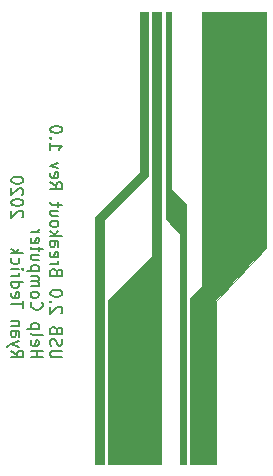
<source format=gbr>
%TF.GenerationSoftware,KiCad,Pcbnew,(5.1.7)-1*%
%TF.CreationDate,2020-10-15T21:52:00-04:00*%
%TF.ProjectId,DanA4UsbBreakout,44616e41-3455-4736-9242-7265616b6f75,rev?*%
%TF.SameCoordinates,Original*%
%TF.FileFunction,Legend,Bot*%
%TF.FilePolarity,Positive*%
%FSLAX46Y46*%
G04 Gerber Fmt 4.6, Leading zero omitted, Abs format (unit mm)*
G04 Created by KiCad (PCBNEW (5.1.7)-1) date 2020-10-15 21:52:00*
%MOMM*%
%LPD*%
G01*
G04 APERTURE LIST*
%ADD10C,0.100000*%
%ADD11C,0.150000*%
G04 APERTURE END LIST*
D10*
G36*
X56950000Y-31050000D02*
G01*
X58200000Y-32300000D01*
X58200000Y-54300000D01*
X57700000Y-54300000D01*
X57700000Y-34800000D01*
X56450000Y-33550000D01*
X56450000Y-16000000D01*
X56950000Y-16000000D01*
X56950000Y-31050000D01*
G37*
X56950000Y-31050000D02*
X58200000Y-32300000D01*
X58200000Y-54300000D01*
X57700000Y-54300000D01*
X57700000Y-34800000D01*
X56450000Y-33550000D01*
X56450000Y-16000000D01*
X56950000Y-16000000D01*
X56950000Y-31050000D01*
G36*
X55000000Y-29875000D02*
G01*
X51250000Y-33625000D01*
X51250000Y-54300000D01*
X50500000Y-54300000D01*
X50500000Y-33375000D01*
X54250000Y-29625000D01*
X54250000Y-16000000D01*
X55000000Y-16000000D01*
X55000000Y-29875000D01*
G37*
X55000000Y-29875000D02*
X51250000Y-33625000D01*
X51250000Y-54300000D01*
X50500000Y-54300000D01*
X50500000Y-33375000D01*
X54250000Y-29625000D01*
X54250000Y-16000000D01*
X55000000Y-16000000D01*
X55000000Y-29875000D01*
G36*
X56050000Y-54300000D02*
G01*
X51550000Y-54300000D01*
X51550000Y-40425000D01*
X55300000Y-36675000D01*
X55300000Y-16000000D01*
X56050000Y-16000000D01*
X56050000Y-54300000D01*
G37*
X56050000Y-54300000D02*
X51550000Y-54300000D01*
X51550000Y-40425000D01*
X55300000Y-36675000D01*
X55300000Y-16000000D01*
X56050000Y-16000000D01*
X56050000Y-54300000D01*
G36*
X65000000Y-36000000D02*
G01*
X60750000Y-40500000D01*
X60750000Y-54300000D01*
X58500000Y-54300000D01*
X58500000Y-40250000D01*
X59500000Y-39250000D01*
X59500000Y-16000000D01*
X65000000Y-16000000D01*
X65000000Y-36000000D01*
G37*
X65000000Y-36000000D02*
X60750000Y-40500000D01*
X60750000Y-54300000D01*
X58500000Y-54300000D01*
X58500000Y-40250000D01*
X59500000Y-39250000D01*
X59500000Y-16000000D01*
X65000000Y-16000000D01*
X65000000Y-36000000D01*
D11*
X47697619Y-45264404D02*
X46888095Y-45264404D01*
X46792857Y-45216785D01*
X46745238Y-45169166D01*
X46697619Y-45073928D01*
X46697619Y-44883452D01*
X46745238Y-44788214D01*
X46792857Y-44740595D01*
X46888095Y-44692976D01*
X47697619Y-44692976D01*
X46745238Y-44264404D02*
X46697619Y-44121547D01*
X46697619Y-43883452D01*
X46745238Y-43788214D01*
X46792857Y-43740595D01*
X46888095Y-43692976D01*
X46983333Y-43692976D01*
X47078571Y-43740595D01*
X47126190Y-43788214D01*
X47173809Y-43883452D01*
X47221428Y-44073928D01*
X47269047Y-44169166D01*
X47316666Y-44216785D01*
X47411904Y-44264404D01*
X47507142Y-44264404D01*
X47602380Y-44216785D01*
X47650000Y-44169166D01*
X47697619Y-44073928D01*
X47697619Y-43835833D01*
X47650000Y-43692976D01*
X47221428Y-42931071D02*
X47173809Y-42788214D01*
X47126190Y-42740595D01*
X47030952Y-42692976D01*
X46888095Y-42692976D01*
X46792857Y-42740595D01*
X46745238Y-42788214D01*
X46697619Y-42883452D01*
X46697619Y-43264404D01*
X47697619Y-43264404D01*
X47697619Y-42931071D01*
X47650000Y-42835833D01*
X47602380Y-42788214D01*
X47507142Y-42740595D01*
X47411904Y-42740595D01*
X47316666Y-42788214D01*
X47269047Y-42835833D01*
X47221428Y-42931071D01*
X47221428Y-43264404D01*
X47602380Y-41550119D02*
X47650000Y-41502500D01*
X47697619Y-41407261D01*
X47697619Y-41169166D01*
X47650000Y-41073928D01*
X47602380Y-41026309D01*
X47507142Y-40978690D01*
X47411904Y-40978690D01*
X47269047Y-41026309D01*
X46697619Y-41597738D01*
X46697619Y-40978690D01*
X46792857Y-40550119D02*
X46745238Y-40502500D01*
X46697619Y-40550119D01*
X46745238Y-40597738D01*
X46792857Y-40550119D01*
X46697619Y-40550119D01*
X47697619Y-39883452D02*
X47697619Y-39788214D01*
X47650000Y-39692976D01*
X47602380Y-39645357D01*
X47507142Y-39597738D01*
X47316666Y-39550119D01*
X47078571Y-39550119D01*
X46888095Y-39597738D01*
X46792857Y-39645357D01*
X46745238Y-39692976D01*
X46697619Y-39788214D01*
X46697619Y-39883452D01*
X46745238Y-39978690D01*
X46792857Y-40026309D01*
X46888095Y-40073928D01*
X47078571Y-40121547D01*
X47316666Y-40121547D01*
X47507142Y-40073928D01*
X47602380Y-40026309D01*
X47650000Y-39978690D01*
X47697619Y-39883452D01*
X47221428Y-38026309D02*
X47173809Y-37883452D01*
X47126190Y-37835833D01*
X47030952Y-37788214D01*
X46888095Y-37788214D01*
X46792857Y-37835833D01*
X46745238Y-37883452D01*
X46697619Y-37978690D01*
X46697619Y-38359642D01*
X47697619Y-38359642D01*
X47697619Y-38026309D01*
X47650000Y-37931071D01*
X47602380Y-37883452D01*
X47507142Y-37835833D01*
X47411904Y-37835833D01*
X47316666Y-37883452D01*
X47269047Y-37931071D01*
X47221428Y-38026309D01*
X47221428Y-38359642D01*
X46697619Y-37359642D02*
X47364285Y-37359642D01*
X47173809Y-37359642D02*
X47269047Y-37312023D01*
X47316666Y-37264404D01*
X47364285Y-37169166D01*
X47364285Y-37073928D01*
X46745238Y-36359642D02*
X46697619Y-36454880D01*
X46697619Y-36645357D01*
X46745238Y-36740595D01*
X46840476Y-36788214D01*
X47221428Y-36788214D01*
X47316666Y-36740595D01*
X47364285Y-36645357D01*
X47364285Y-36454880D01*
X47316666Y-36359642D01*
X47221428Y-36312023D01*
X47126190Y-36312023D01*
X47030952Y-36788214D01*
X46697619Y-35454880D02*
X47221428Y-35454880D01*
X47316666Y-35502500D01*
X47364285Y-35597738D01*
X47364285Y-35788214D01*
X47316666Y-35883452D01*
X46745238Y-35454880D02*
X46697619Y-35550119D01*
X46697619Y-35788214D01*
X46745238Y-35883452D01*
X46840476Y-35931071D01*
X46935714Y-35931071D01*
X47030952Y-35883452D01*
X47078571Y-35788214D01*
X47078571Y-35550119D01*
X47126190Y-35454880D01*
X46697619Y-34978690D02*
X47697619Y-34978690D01*
X47078571Y-34883452D02*
X46697619Y-34597738D01*
X47364285Y-34597738D02*
X46983333Y-34978690D01*
X46697619Y-34026309D02*
X46745238Y-34121547D01*
X46792857Y-34169166D01*
X46888095Y-34216785D01*
X47173809Y-34216785D01*
X47269047Y-34169166D01*
X47316666Y-34121547D01*
X47364285Y-34026309D01*
X47364285Y-33883452D01*
X47316666Y-33788214D01*
X47269047Y-33740595D01*
X47173809Y-33692976D01*
X46888095Y-33692976D01*
X46792857Y-33740595D01*
X46745238Y-33788214D01*
X46697619Y-33883452D01*
X46697619Y-34026309D01*
X47364285Y-32835833D02*
X46697619Y-32835833D01*
X47364285Y-33264404D02*
X46840476Y-33264404D01*
X46745238Y-33216785D01*
X46697619Y-33121547D01*
X46697619Y-32978690D01*
X46745238Y-32883452D01*
X46792857Y-32835833D01*
X47364285Y-32502500D02*
X47364285Y-32121547D01*
X47697619Y-32359642D02*
X46840476Y-32359642D01*
X46745238Y-32312023D01*
X46697619Y-32216785D01*
X46697619Y-32121547D01*
X46697619Y-30454880D02*
X47173809Y-30788214D01*
X46697619Y-31026309D02*
X47697619Y-31026309D01*
X47697619Y-30645357D01*
X47650000Y-30550119D01*
X47602380Y-30502500D01*
X47507142Y-30454880D01*
X47364285Y-30454880D01*
X47269047Y-30502500D01*
X47221428Y-30550119D01*
X47173809Y-30645357D01*
X47173809Y-31026309D01*
X46745238Y-29645357D02*
X46697619Y-29740595D01*
X46697619Y-29931071D01*
X46745238Y-30026309D01*
X46840476Y-30073928D01*
X47221428Y-30073928D01*
X47316666Y-30026309D01*
X47364285Y-29931071D01*
X47364285Y-29740595D01*
X47316666Y-29645357D01*
X47221428Y-29597738D01*
X47126190Y-29597738D01*
X47030952Y-30073928D01*
X47364285Y-29264404D02*
X46697619Y-29026309D01*
X47364285Y-28788214D01*
X46697619Y-27121547D02*
X46697619Y-27692976D01*
X46697619Y-27407261D02*
X47697619Y-27407261D01*
X47554761Y-27502500D01*
X47459523Y-27597738D01*
X47411904Y-27692976D01*
X46792857Y-26692976D02*
X46745238Y-26645357D01*
X46697619Y-26692976D01*
X46745238Y-26740595D01*
X46792857Y-26692976D01*
X46697619Y-26692976D01*
X47697619Y-26026309D02*
X47697619Y-25931071D01*
X47650000Y-25835833D01*
X47602380Y-25788214D01*
X47507142Y-25740595D01*
X47316666Y-25692976D01*
X47078571Y-25692976D01*
X46888095Y-25740595D01*
X46792857Y-25788214D01*
X46745238Y-25835833D01*
X46697619Y-25931071D01*
X46697619Y-26026309D01*
X46745238Y-26121547D01*
X46792857Y-26169166D01*
X46888095Y-26216785D01*
X47078571Y-26264404D01*
X47316666Y-26264404D01*
X47507142Y-26216785D01*
X47602380Y-26169166D01*
X47650000Y-26121547D01*
X47697619Y-26026309D01*
X45047619Y-45264404D02*
X46047619Y-45264404D01*
X45571428Y-45264404D02*
X45571428Y-44692976D01*
X45047619Y-44692976D02*
X46047619Y-44692976D01*
X45095238Y-43835833D02*
X45047619Y-43931071D01*
X45047619Y-44121547D01*
X45095238Y-44216785D01*
X45190476Y-44264404D01*
X45571428Y-44264404D01*
X45666666Y-44216785D01*
X45714285Y-44121547D01*
X45714285Y-43931071D01*
X45666666Y-43835833D01*
X45571428Y-43788214D01*
X45476190Y-43788214D01*
X45380952Y-44264404D01*
X45047619Y-43216785D02*
X45095238Y-43312023D01*
X45190476Y-43359642D01*
X46047619Y-43359642D01*
X45714285Y-42835833D02*
X44714285Y-42835833D01*
X45666666Y-42835833D02*
X45714285Y-42740595D01*
X45714285Y-42550119D01*
X45666666Y-42454880D01*
X45619047Y-42407261D01*
X45523809Y-42359642D01*
X45238095Y-42359642D01*
X45142857Y-42407261D01*
X45095238Y-42454880D01*
X45047619Y-42550119D01*
X45047619Y-42740595D01*
X45095238Y-42835833D01*
X45142857Y-40597738D02*
X45095238Y-40645357D01*
X45047619Y-40788214D01*
X45047619Y-40883452D01*
X45095238Y-41026309D01*
X45190476Y-41121547D01*
X45285714Y-41169166D01*
X45476190Y-41216785D01*
X45619047Y-41216785D01*
X45809523Y-41169166D01*
X45904761Y-41121547D01*
X46000000Y-41026309D01*
X46047619Y-40883452D01*
X46047619Y-40788214D01*
X46000000Y-40645357D01*
X45952380Y-40597738D01*
X45047619Y-40026309D02*
X45095238Y-40121547D01*
X45142857Y-40169166D01*
X45238095Y-40216785D01*
X45523809Y-40216785D01*
X45619047Y-40169166D01*
X45666666Y-40121547D01*
X45714285Y-40026309D01*
X45714285Y-39883452D01*
X45666666Y-39788214D01*
X45619047Y-39740595D01*
X45523809Y-39692976D01*
X45238095Y-39692976D01*
X45142857Y-39740595D01*
X45095238Y-39788214D01*
X45047619Y-39883452D01*
X45047619Y-40026309D01*
X45047619Y-39264404D02*
X45714285Y-39264404D01*
X45619047Y-39264404D02*
X45666666Y-39216785D01*
X45714285Y-39121547D01*
X45714285Y-38978690D01*
X45666666Y-38883452D01*
X45571428Y-38835833D01*
X45047619Y-38835833D01*
X45571428Y-38835833D02*
X45666666Y-38788214D01*
X45714285Y-38692976D01*
X45714285Y-38550119D01*
X45666666Y-38454880D01*
X45571428Y-38407261D01*
X45047619Y-38407261D01*
X45714285Y-37931071D02*
X44714285Y-37931071D01*
X45666666Y-37931071D02*
X45714285Y-37835833D01*
X45714285Y-37645357D01*
X45666666Y-37550119D01*
X45619047Y-37502500D01*
X45523809Y-37454880D01*
X45238095Y-37454880D01*
X45142857Y-37502500D01*
X45095238Y-37550119D01*
X45047619Y-37645357D01*
X45047619Y-37835833D01*
X45095238Y-37931071D01*
X45714285Y-36597738D02*
X45047619Y-36597738D01*
X45714285Y-37026309D02*
X45190476Y-37026309D01*
X45095238Y-36978690D01*
X45047619Y-36883452D01*
X45047619Y-36740595D01*
X45095238Y-36645357D01*
X45142857Y-36597738D01*
X45714285Y-36264404D02*
X45714285Y-35883452D01*
X46047619Y-36121547D02*
X45190476Y-36121547D01*
X45095238Y-36073928D01*
X45047619Y-35978690D01*
X45047619Y-35883452D01*
X45095238Y-35169166D02*
X45047619Y-35264404D01*
X45047619Y-35454880D01*
X45095238Y-35550119D01*
X45190476Y-35597738D01*
X45571428Y-35597738D01*
X45666666Y-35550119D01*
X45714285Y-35454880D01*
X45714285Y-35264404D01*
X45666666Y-35169166D01*
X45571428Y-35121547D01*
X45476190Y-35121547D01*
X45380952Y-35597738D01*
X45047619Y-34692976D02*
X45714285Y-34692976D01*
X45523809Y-34692976D02*
X45619047Y-34645357D01*
X45666666Y-34597738D01*
X45714285Y-34502500D01*
X45714285Y-34407261D01*
X43397619Y-44692976D02*
X43873809Y-45026309D01*
X43397619Y-45264404D02*
X44397619Y-45264404D01*
X44397619Y-44883452D01*
X44350000Y-44788214D01*
X44302380Y-44740595D01*
X44207142Y-44692976D01*
X44064285Y-44692976D01*
X43969047Y-44740595D01*
X43921428Y-44788214D01*
X43873809Y-44883452D01*
X43873809Y-45264404D01*
X44064285Y-44359642D02*
X43397619Y-44121547D01*
X44064285Y-43883452D02*
X43397619Y-44121547D01*
X43159523Y-44216785D01*
X43111904Y-44264404D01*
X43064285Y-44359642D01*
X43397619Y-43073928D02*
X43921428Y-43073928D01*
X44016666Y-43121547D01*
X44064285Y-43216785D01*
X44064285Y-43407261D01*
X44016666Y-43502500D01*
X43445238Y-43073928D02*
X43397619Y-43169166D01*
X43397619Y-43407261D01*
X43445238Y-43502500D01*
X43540476Y-43550119D01*
X43635714Y-43550119D01*
X43730952Y-43502500D01*
X43778571Y-43407261D01*
X43778571Y-43169166D01*
X43826190Y-43073928D01*
X44064285Y-42597738D02*
X43397619Y-42597738D01*
X43969047Y-42597738D02*
X44016666Y-42550119D01*
X44064285Y-42454880D01*
X44064285Y-42312023D01*
X44016666Y-42216785D01*
X43921428Y-42169166D01*
X43397619Y-42169166D01*
X44397619Y-41073928D02*
X44397619Y-40502500D01*
X43397619Y-40788214D02*
X44397619Y-40788214D01*
X43445238Y-39788214D02*
X43397619Y-39883452D01*
X43397619Y-40073928D01*
X43445238Y-40169166D01*
X43540476Y-40216785D01*
X43921428Y-40216785D01*
X44016666Y-40169166D01*
X44064285Y-40073928D01*
X44064285Y-39883452D01*
X44016666Y-39788214D01*
X43921428Y-39740595D01*
X43826190Y-39740595D01*
X43730952Y-40216785D01*
X43397619Y-38883452D02*
X44397619Y-38883452D01*
X43445238Y-38883452D02*
X43397619Y-38978690D01*
X43397619Y-39169166D01*
X43445238Y-39264404D01*
X43492857Y-39312023D01*
X43588095Y-39359642D01*
X43873809Y-39359642D01*
X43969047Y-39312023D01*
X44016666Y-39264404D01*
X44064285Y-39169166D01*
X44064285Y-38978690D01*
X44016666Y-38883452D01*
X43397619Y-38407261D02*
X44064285Y-38407261D01*
X43873809Y-38407261D02*
X43969047Y-38359642D01*
X44016666Y-38312023D01*
X44064285Y-38216785D01*
X44064285Y-38121547D01*
X43397619Y-37788214D02*
X44064285Y-37788214D01*
X44397619Y-37788214D02*
X44350000Y-37835833D01*
X44302380Y-37788214D01*
X44350000Y-37740595D01*
X44397619Y-37788214D01*
X44302380Y-37788214D01*
X43445238Y-36883452D02*
X43397619Y-36978690D01*
X43397619Y-37169166D01*
X43445238Y-37264404D01*
X43492857Y-37312023D01*
X43588095Y-37359642D01*
X43873809Y-37359642D01*
X43969047Y-37312023D01*
X44016666Y-37264404D01*
X44064285Y-37169166D01*
X44064285Y-36978690D01*
X44016666Y-36883452D01*
X43397619Y-36454880D02*
X44397619Y-36454880D01*
X43778571Y-36359642D02*
X43397619Y-36073928D01*
X44064285Y-36073928D02*
X43683333Y-36454880D01*
X44302380Y-33407261D02*
X44350000Y-33359642D01*
X44397619Y-33264404D01*
X44397619Y-33026309D01*
X44350000Y-32931071D01*
X44302380Y-32883452D01*
X44207142Y-32835833D01*
X44111904Y-32835833D01*
X43969047Y-32883452D01*
X43397619Y-33454880D01*
X43397619Y-32835833D01*
X44397619Y-32216785D02*
X44397619Y-32121547D01*
X44350000Y-32026309D01*
X44302380Y-31978690D01*
X44207142Y-31931071D01*
X44016666Y-31883452D01*
X43778571Y-31883452D01*
X43588095Y-31931071D01*
X43492857Y-31978690D01*
X43445238Y-32026309D01*
X43397619Y-32121547D01*
X43397619Y-32216785D01*
X43445238Y-32312023D01*
X43492857Y-32359642D01*
X43588095Y-32407261D01*
X43778571Y-32454880D01*
X44016666Y-32454880D01*
X44207142Y-32407261D01*
X44302380Y-32359642D01*
X44350000Y-32312023D01*
X44397619Y-32216785D01*
X44302380Y-31502500D02*
X44350000Y-31454880D01*
X44397619Y-31359642D01*
X44397619Y-31121547D01*
X44350000Y-31026309D01*
X44302380Y-30978690D01*
X44207142Y-30931071D01*
X44111904Y-30931071D01*
X43969047Y-30978690D01*
X43397619Y-31550119D01*
X43397619Y-30931071D01*
X44397619Y-30312023D02*
X44397619Y-30216785D01*
X44350000Y-30121547D01*
X44302380Y-30073928D01*
X44207142Y-30026309D01*
X44016666Y-29978690D01*
X43778571Y-29978690D01*
X43588095Y-30026309D01*
X43492857Y-30073928D01*
X43445238Y-30121547D01*
X43397619Y-30216785D01*
X43397619Y-30312023D01*
X43445238Y-30407261D01*
X43492857Y-30454880D01*
X43588095Y-30502500D01*
X43778571Y-30550119D01*
X44016666Y-30550119D01*
X44207142Y-30502500D01*
X44302380Y-30454880D01*
X44350000Y-30407261D01*
X44397619Y-30312023D01*
M02*

</source>
